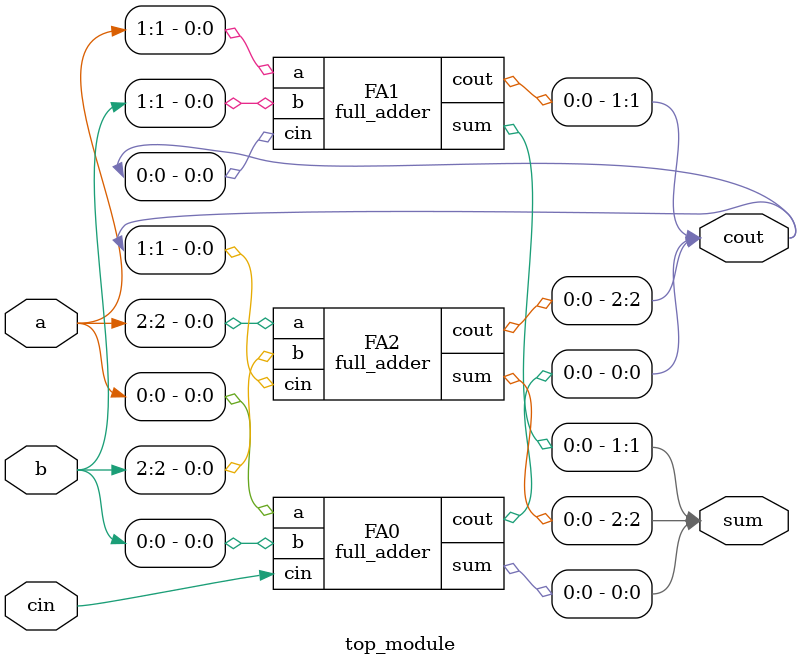
<source format=v>
module full_adder( 
    input a, b, cin,
    output cout, sum );

    assign sum = a ^ b ^ cin;
    assign cout = a & b | cin & (a ^ b);
    
endmodule

module top_module( 
    input [2:0] a, b,
    input cin,
    output [2:0] cout,
    output [2:0] sum );
    
    full_adder FA0 (.a(a[0]), .b(b[0]), .cin(cin), .cout(cout[0]), .sum(sum[0]));
    full_adder FA1 (.a(a[1]), .b(b[1]), .cin(cout[0]), .cout(cout[1]), .sum(sum[1]));
    full_adder FA2 (.a(a[2]), .b(b[2]), .cin(cout[1]), .cout(cout[2]), .sum(sum[2]));
    
endmodule

</source>
